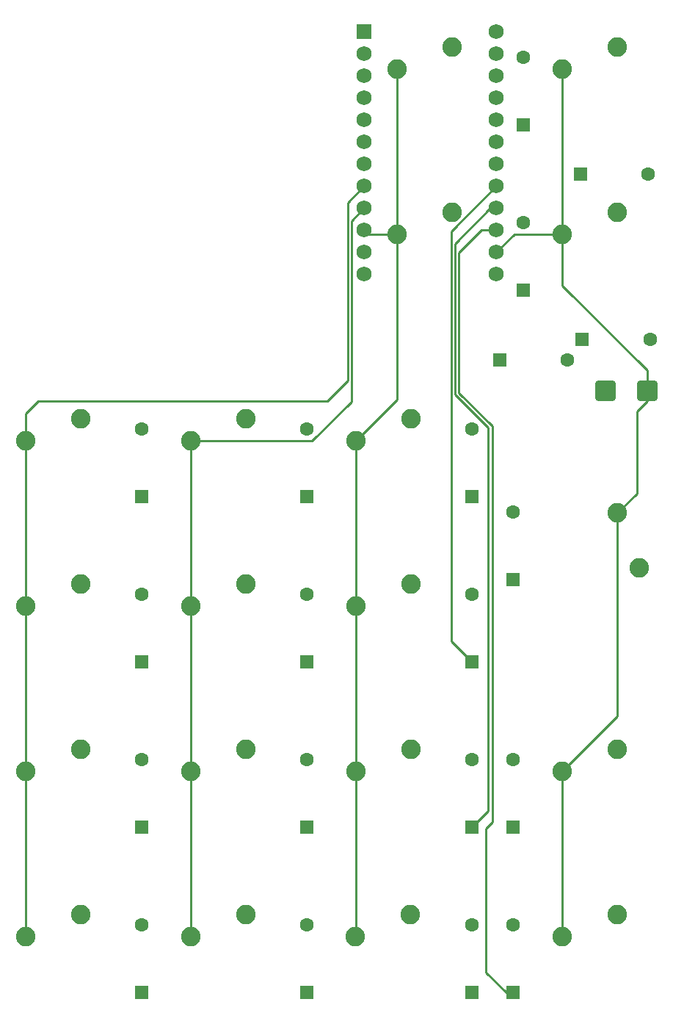
<source format=gtl>
G04 #@! TF.GenerationSoftware,KiCad,Pcbnew,(6.0.5)*
G04 #@! TF.CreationDate,2022-05-08T01:15:56+03:00*
G04 #@! TF.ProjectId,SIN-PAD,53494e2d-5041-4442-9e6b-696361645f70,rev?*
G04 #@! TF.SameCoordinates,Original*
G04 #@! TF.FileFunction,Copper,L1,Top*
G04 #@! TF.FilePolarity,Positive*
%FSLAX46Y46*%
G04 Gerber Fmt 4.6, Leading zero omitted, Abs format (unit mm)*
G04 Created by KiCad (PCBNEW (6.0.5)) date 2022-05-08 01:15:56*
%MOMM*%
%LPD*%
G01*
G04 APERTURE LIST*
G04 Aperture macros list*
%AMRoundRect*
0 Rectangle with rounded corners*
0 $1 Rounding radius*
0 $2 $3 $4 $5 $6 $7 $8 $9 X,Y pos of 4 corners*
0 Add a 4 corners polygon primitive as box body*
4,1,4,$2,$3,$4,$5,$6,$7,$8,$9,$2,$3,0*
0 Add four circle primitives for the rounded corners*
1,1,$1+$1,$2,$3*
1,1,$1+$1,$4,$5*
1,1,$1+$1,$6,$7*
1,1,$1+$1,$8,$9*
0 Add four rect primitives between the rounded corners*
20,1,$1+$1,$2,$3,$4,$5,0*
20,1,$1+$1,$4,$5,$6,$7,0*
20,1,$1+$1,$6,$7,$8,$9,0*
20,1,$1+$1,$8,$9,$2,$3,0*%
G04 Aperture macros list end*
G04 #@! TA.AperFunction,ComponentPad*
%ADD10R,1.600000X1.600000*%
G04 #@! TD*
G04 #@! TA.AperFunction,ComponentPad*
%ADD11C,1.600000*%
G04 #@! TD*
G04 #@! TA.AperFunction,ComponentPad*
%ADD12C,2.250000*%
G04 #@! TD*
G04 #@! TA.AperFunction,ComponentPad*
%ADD13RoundRect,0.250001X-0.899999X-0.899999X0.899999X-0.899999X0.899999X0.899999X-0.899999X0.899999X0*%
G04 #@! TD*
G04 #@! TA.AperFunction,ComponentPad*
%ADD14R,1.752600X1.752600*%
G04 #@! TD*
G04 #@! TA.AperFunction,ComponentPad*
%ADD15C,1.752600*%
G04 #@! TD*
G04 #@! TA.AperFunction,ComponentPad*
%ADD16RoundRect,0.250001X0.899999X0.899999X-0.899999X0.899999X-0.899999X-0.899999X0.899999X-0.899999X0*%
G04 #@! TD*
G04 #@! TA.AperFunction,Conductor*
%ADD17C,0.250000*%
G04 #@! TD*
G04 APERTURE END LIST*
D10*
X100875000Y-66675000D03*
D11*
X108675000Y-66675000D03*
D10*
X103584375Y-39618750D03*
D11*
X103584375Y-31818750D03*
D10*
X110190625Y-45243750D03*
D11*
X117990625Y-45243750D03*
D10*
X103584375Y-58668750D03*
D11*
X103584375Y-50868750D03*
D10*
X110400000Y-64293750D03*
D11*
X118200000Y-64293750D03*
D10*
X59531250Y-82481250D03*
D11*
X59531250Y-74681250D03*
D10*
X78581250Y-82481250D03*
D11*
X78581250Y-74681250D03*
D10*
X97631250Y-82481250D03*
D11*
X97631250Y-74681250D03*
D10*
X102393750Y-92006250D03*
D11*
X102393750Y-84206250D03*
D10*
X59531250Y-101531250D03*
D11*
X59531250Y-93731250D03*
D10*
X78581250Y-101531250D03*
D11*
X78581250Y-93731250D03*
D10*
X97631250Y-101531250D03*
D11*
X97631250Y-93731250D03*
D10*
X59531250Y-120581250D03*
D11*
X59531250Y-112781250D03*
D10*
X78581250Y-120581250D03*
D11*
X78581250Y-112781250D03*
D10*
X97631250Y-120581250D03*
D11*
X97631250Y-112781250D03*
D10*
X102393750Y-120581250D03*
D11*
X102393750Y-112781250D03*
D10*
X59531250Y-139631250D03*
D11*
X59531250Y-131831250D03*
D10*
X78581250Y-139631250D03*
D11*
X78581250Y-131831250D03*
D10*
X97631250Y-139631250D03*
D11*
X97631250Y-131831250D03*
D10*
X102393750Y-139631250D03*
D11*
X102393750Y-131831250D03*
D12*
X89058750Y-33178750D03*
X95408750Y-30638750D03*
X108108750Y-33178750D03*
X114458750Y-30638750D03*
X89058750Y-52228750D03*
X95408750Y-49688750D03*
X46196250Y-76041250D03*
X52546250Y-73501250D03*
X65246250Y-76041250D03*
X71596250Y-73501250D03*
X84296250Y-76041250D03*
X90646250Y-73501250D03*
X114458750Y-84296250D03*
X116998750Y-90646250D03*
X46196250Y-95091250D03*
X52546250Y-92551250D03*
X65246250Y-95091250D03*
X71596250Y-92551250D03*
X84296250Y-95091250D03*
X90646250Y-92551250D03*
X46196250Y-114141250D03*
X52546250Y-111601250D03*
X65246250Y-114141250D03*
X71596250Y-111601250D03*
X84296250Y-114141250D03*
X90646250Y-111601250D03*
X108108750Y-114141250D03*
X114458750Y-111601250D03*
X46196250Y-133191250D03*
X52546250Y-130651250D03*
X65246250Y-133191250D03*
X71596250Y-130651250D03*
X84190000Y-133191250D03*
X90540000Y-130651250D03*
X108108750Y-133191250D03*
X114458750Y-130651250D03*
X108108750Y-52228750D03*
X114458750Y-49688750D03*
D13*
X117871875Y-70246875D03*
D14*
X85248750Y-28892500D03*
D15*
X85248750Y-31432500D03*
X85248750Y-33972500D03*
X85248750Y-36512500D03*
X85248750Y-39052500D03*
X85248750Y-41592500D03*
X85248750Y-44132500D03*
X85248750Y-46672500D03*
X85248750Y-49212500D03*
X85248750Y-51752500D03*
X85248750Y-54292500D03*
X85248750Y-56832500D03*
X100488750Y-56832500D03*
X100488750Y-54292500D03*
X100488750Y-51752500D03*
X100488750Y-49212500D03*
X100488750Y-46672500D03*
X100488750Y-44132500D03*
X100488750Y-41592500D03*
X100488750Y-39052500D03*
X100488750Y-36512500D03*
X100488750Y-33972500D03*
X100488750Y-31432500D03*
X100488750Y-28892500D03*
D16*
X113109375Y-70246875D03*
D17*
X95250000Y-99150000D02*
X97631250Y-101531250D01*
X100488750Y-46672500D02*
X95250000Y-51911250D01*
X95250000Y-51911250D02*
X95250000Y-99150000D01*
X99787500Y-49212500D02*
X95699520Y-53300480D01*
X95699520Y-70679851D02*
X99550480Y-74530811D01*
X99550480Y-74530811D02*
X99550480Y-118662020D01*
X100488750Y-49212500D02*
X99787500Y-49212500D01*
X99550480Y-118662020D02*
X97631250Y-120581250D01*
X95699520Y-53300480D02*
X95699520Y-70679851D01*
X100000000Y-120000000D02*
X100000000Y-74344614D01*
X102393750Y-139631250D02*
X101631250Y-139631250D01*
X100000000Y-74344614D02*
X96149040Y-70493654D01*
X99287939Y-137287939D02*
X99287939Y-120712061D01*
X96149040Y-70493654D02*
X96149040Y-54350960D01*
X98747500Y-51752500D02*
X100488750Y-51752500D01*
X96149040Y-54350960D02*
X98747500Y-51752500D01*
X101631250Y-139631250D02*
X99287939Y-137287939D01*
X99287939Y-120712061D02*
X100000000Y-120000000D01*
X84296250Y-114141250D02*
X84296250Y-95091250D01*
X84296250Y-133191250D02*
X84296250Y-114141250D01*
X89058750Y-52228750D02*
X89058750Y-33178750D01*
X85725000Y-52228750D02*
X85248750Y-51752500D01*
X84296250Y-76041250D02*
X89058750Y-71278750D01*
X89058750Y-52228750D02*
X85725000Y-52228750D01*
X89058750Y-71278750D02*
X89058750Y-52228750D01*
X84296250Y-95091250D02*
X84296250Y-76041250D01*
X108108750Y-52228750D02*
X102552500Y-52228750D01*
X114458750Y-84296250D02*
X116681250Y-82073750D01*
X117871875Y-67912573D02*
X108108750Y-58149448D01*
X108108750Y-133191250D02*
X108108750Y-114141250D01*
X116681250Y-72628125D02*
X117871875Y-71437500D01*
X117871875Y-70246875D02*
X117871875Y-67912573D01*
X108108750Y-114141250D02*
X114458750Y-107791250D01*
X108108750Y-58149448D02*
X108108750Y-52228750D01*
X114458750Y-107791250D02*
X114458750Y-84296250D01*
X116681250Y-82073750D02*
X116681250Y-72628125D01*
X102552500Y-52228750D02*
X100488750Y-54292500D01*
X108108750Y-52228750D02*
X108108750Y-33178750D01*
X117871875Y-71437500D02*
X117871875Y-70246875D01*
X83343750Y-69056250D02*
X80962500Y-71437500D01*
X85248750Y-46672500D02*
X83343750Y-48577500D01*
X46196250Y-72866250D02*
X47625000Y-71437500D01*
X46196250Y-114141250D02*
X46196250Y-95091250D01*
X47625000Y-71437500D02*
X80962500Y-71437500D01*
X46196250Y-114141250D02*
X46196250Y-133191250D01*
X83343750Y-48577500D02*
X83343750Y-69056250D01*
X46196250Y-76041250D02*
X46196250Y-95091250D01*
X46196250Y-76041250D02*
X46196250Y-72866250D01*
X65246250Y-76041250D02*
X79242980Y-76041250D01*
X65246250Y-76041250D02*
X65246250Y-95091250D01*
X65246250Y-95091250D02*
X65246250Y-114141250D01*
X83793270Y-71490960D02*
X83793270Y-50667980D01*
X65246250Y-114141250D02*
X65246250Y-133191250D01*
X79242980Y-76041250D02*
X83793270Y-71490960D01*
X83793270Y-50667980D02*
X85248750Y-49212500D01*
M02*

</source>
